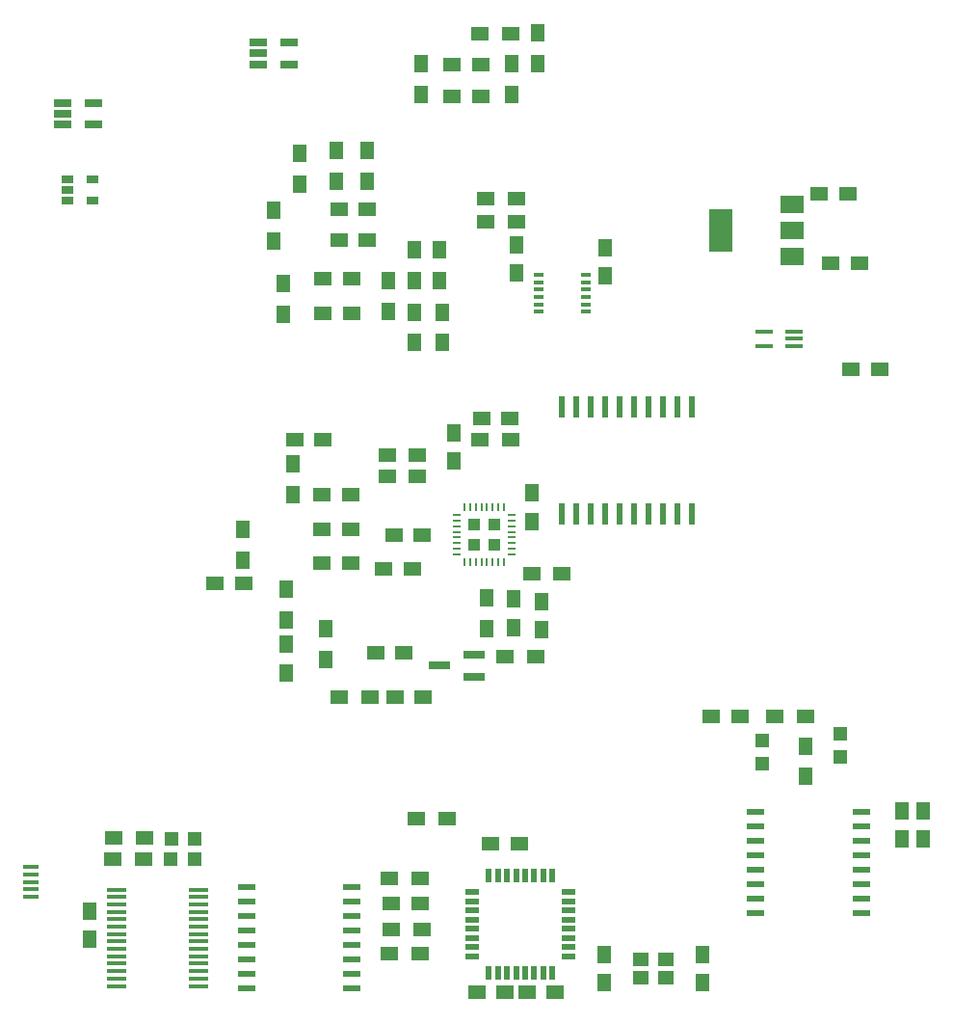
<source format=gtp>
G04 #@! TF.FileFunction,Paste,Top*
%FSLAX46Y46*%
G04 Gerber Fmt 4.6, Leading zero omitted, Abs format (unit mm)*
G04 Created by KiCad (PCBNEW 4.0.4-stable) date 03/01/17 18:05:15*
%MOMM*%
%LPD*%
G01*
G04 APERTURE LIST*
%ADD10C,0.150000*%
%ADD11R,1.250000X1.500000*%
%ADD12R,1.500000X1.250000*%
%ADD13R,1.198880X1.198880*%
%ADD14R,0.600000X1.200000*%
%ADD15R,1.200000X0.600000*%
%ADD16R,1.500000X1.300000*%
%ADD17R,1.500000X0.600000*%
%ADD18R,1.750000X0.450000*%
%ADD19R,1.350000X0.400000*%
%ADD20R,1.300000X1.500000*%
%ADD21R,1.400000X1.200000*%
%ADD22R,1.060000X0.650000*%
%ADD23R,0.250000X0.700000*%
%ADD24R,0.700000X0.250000*%
%ADD25R,1.035000X1.035000*%
%ADD26R,0.890000X0.420000*%
%ADD27R,0.600000X1.950000*%
%ADD28R,2.000000X3.800000*%
%ADD29R,2.000000X1.500000*%
%ADD30R,1.500000X0.400000*%
%ADD31R,1.900000X0.800000*%
%ADD32R,1.560000X0.650000*%
G04 APERTURE END LIST*
D10*
D11*
X191600000Y-99150000D03*
X191600000Y-101650000D03*
D12*
X187850000Y-93800000D03*
X185350000Y-93800000D03*
D11*
X247600000Y-113750000D03*
X247600000Y-116250000D03*
D12*
X228950000Y-105500000D03*
X231450000Y-105500000D03*
X212750000Y-129700000D03*
X215250000Y-129700000D03*
X212050000Y-116600000D03*
X209550000Y-116600000D03*
X210850000Y-129700000D03*
X208350000Y-129700000D03*
X203350000Y-121900000D03*
X200850000Y-121900000D03*
D11*
X174300000Y-122550000D03*
X174300000Y-125050000D03*
D13*
X181450980Y-118000000D03*
X183549020Y-118000000D03*
X181500000Y-116200000D03*
X183598040Y-116200000D03*
D14*
X209400000Y-127950000D03*
X210200000Y-127950000D03*
X211000000Y-127950000D03*
X211800000Y-127950000D03*
X212600000Y-127950000D03*
X213400000Y-127950000D03*
X214200000Y-127950000D03*
X215000000Y-127950000D03*
D15*
X216450000Y-126500000D03*
X216450000Y-125700000D03*
X216450000Y-124900000D03*
X216450000Y-124100000D03*
X216450000Y-123300000D03*
X216450000Y-122500000D03*
X216450000Y-121700000D03*
X216450000Y-120900000D03*
D14*
X215000000Y-119450000D03*
X214200000Y-119450000D03*
X213400000Y-119450000D03*
X212600000Y-119450000D03*
X211800000Y-119450000D03*
X211000000Y-119450000D03*
X210200000Y-119450000D03*
X209400000Y-119450000D03*
D15*
X207950000Y-120900000D03*
X207950000Y-121700000D03*
X207950000Y-122500000D03*
X207950000Y-123300000D03*
X207950000Y-124100000D03*
X207950000Y-124900000D03*
X207950000Y-125700000D03*
X207950000Y-126500000D03*
D16*
X200650000Y-119700000D03*
X203350000Y-119700000D03*
X179100000Y-118000000D03*
X176400000Y-118000000D03*
X179150000Y-116100000D03*
X176450000Y-116100000D03*
X203550000Y-124200000D03*
X200850000Y-124200000D03*
X200650000Y-126300000D03*
X203350000Y-126300000D03*
D17*
X188100000Y-120410000D03*
X188100000Y-121680000D03*
X188100000Y-122950000D03*
X188100000Y-124220000D03*
X188100000Y-125490000D03*
X188100000Y-126760000D03*
X188100000Y-128030000D03*
X188100000Y-129300000D03*
X197400000Y-129300000D03*
X197400000Y-128030000D03*
X197400000Y-126760000D03*
X197400000Y-125490000D03*
X197400000Y-124220000D03*
X197400000Y-122950000D03*
X197400000Y-121680000D03*
X197400000Y-120410000D03*
D18*
X183900000Y-129125000D03*
X183900000Y-128475000D03*
X183900000Y-127825000D03*
X183900000Y-127175000D03*
X183900000Y-126525000D03*
X183900000Y-125875000D03*
X183900000Y-125225000D03*
X183900000Y-124575000D03*
X183900000Y-123925000D03*
X183900000Y-123275000D03*
X183900000Y-122625000D03*
X183900000Y-121975000D03*
X183900000Y-121325000D03*
X183900000Y-120675000D03*
X176700000Y-120675000D03*
X176700000Y-121325000D03*
X176700000Y-121975000D03*
X176700000Y-122625000D03*
X176700000Y-123275000D03*
X176700000Y-123925000D03*
X176700000Y-124575000D03*
X176700000Y-125225000D03*
X176700000Y-125875000D03*
X176700000Y-126525000D03*
X176700000Y-127175000D03*
X176700000Y-127825000D03*
X176700000Y-128475000D03*
X176700000Y-129125000D03*
D11*
X228200000Y-126350000D03*
X228200000Y-128850000D03*
X219500000Y-126350000D03*
X219500000Y-128850000D03*
D19*
X169125000Y-121300000D03*
X169125000Y-120650000D03*
X169125000Y-120000000D03*
X169125000Y-119350000D03*
X169125000Y-118700000D03*
D13*
X240300000Y-109049020D03*
X240300000Y-106950980D03*
X233400000Y-109649020D03*
X233400000Y-107550980D03*
D16*
X234550000Y-105500000D03*
X237250000Y-105500000D03*
D20*
X237200000Y-110750000D03*
X237200000Y-108050000D03*
D17*
X232850000Y-113855000D03*
X232850000Y-115125000D03*
X232850000Y-116395000D03*
X232850000Y-117665000D03*
X232850000Y-118935000D03*
X232850000Y-120205000D03*
X232850000Y-121475000D03*
X232850000Y-122745000D03*
X242150000Y-122745000D03*
X242150000Y-121475000D03*
X242150000Y-120205000D03*
X242150000Y-118935000D03*
X242150000Y-117665000D03*
X242150000Y-116395000D03*
X242150000Y-115125000D03*
X242150000Y-113855000D03*
D11*
X245700000Y-113750000D03*
X245700000Y-116250000D03*
D21*
X222800000Y-128400000D03*
X225000000Y-128400000D03*
X222800000Y-126800000D03*
X225000000Y-126800000D03*
D12*
X201950000Y-99900000D03*
X199450000Y-99900000D03*
X200150000Y-92500000D03*
X202650000Y-92500000D03*
X211250000Y-79300000D03*
X208750000Y-79300000D03*
D11*
X206300000Y-83050000D03*
X206300000Y-80550000D03*
D12*
X194850000Y-67050000D03*
X197350000Y-67050000D03*
X197350000Y-70050000D03*
X194850000Y-70050000D03*
X206200000Y-48250000D03*
X208700000Y-48250000D03*
X208700000Y-51000000D03*
X206200000Y-51000000D03*
X196250000Y-60900000D03*
X198750000Y-60900000D03*
X198750000Y-63650000D03*
X196250000Y-63650000D03*
X194750000Y-92000000D03*
X197250000Y-92000000D03*
X194750000Y-89000000D03*
X197250000Y-89000000D03*
X194750000Y-86000000D03*
X197250000Y-86000000D03*
X192350000Y-81200000D03*
X194850000Y-81200000D03*
X238450000Y-59600000D03*
X240950000Y-59600000D03*
X239450000Y-65700000D03*
X241950000Y-65700000D03*
D11*
X211600000Y-95150000D03*
X211600000Y-97650000D03*
D12*
X201150000Y-103800000D03*
X203650000Y-103800000D03*
D11*
X214000000Y-97850000D03*
X214000000Y-95350000D03*
D22*
X172400000Y-58300000D03*
X172400000Y-59250000D03*
X172400000Y-60200000D03*
X174600000Y-60200000D03*
X174600000Y-58300000D03*
D16*
X200450000Y-84400000D03*
X203150000Y-84400000D03*
X205750000Y-114400000D03*
X203050000Y-114400000D03*
X200450000Y-82500000D03*
X203150000Y-82500000D03*
D20*
X195100000Y-97750000D03*
X195100000Y-100450000D03*
D16*
X208650000Y-81200000D03*
X211350000Y-81200000D03*
X211850000Y-62000000D03*
X209150000Y-62000000D03*
X209150000Y-60000000D03*
X211850000Y-60000000D03*
D20*
X205100000Y-67150000D03*
X205100000Y-64450000D03*
X202850000Y-64450000D03*
X202850000Y-67150000D03*
X200600000Y-67200000D03*
X200600000Y-69900000D03*
X191350000Y-67450000D03*
X191350000Y-70150000D03*
X202850000Y-72650000D03*
X202850000Y-69950000D03*
X205350000Y-69950000D03*
X205350000Y-72650000D03*
X213700000Y-48100000D03*
X213700000Y-45400000D03*
D16*
X211300000Y-45500000D03*
X208600000Y-45500000D03*
D20*
X211450000Y-48150000D03*
X211450000Y-50850000D03*
X203450000Y-48150000D03*
X203450000Y-50850000D03*
X196000000Y-58500000D03*
X196000000Y-55800000D03*
X198750000Y-55800000D03*
X198750000Y-58500000D03*
X192750000Y-58750000D03*
X192750000Y-56050000D03*
X190500000Y-61050000D03*
X190500000Y-63750000D03*
X191600000Y-94250000D03*
X191600000Y-96950000D03*
X187800000Y-89050000D03*
X187800000Y-91750000D03*
X192200000Y-85950000D03*
X192200000Y-83250000D03*
X209200000Y-95050000D03*
X209200000Y-97750000D03*
D16*
X198950000Y-103800000D03*
X196250000Y-103800000D03*
X213550000Y-100200000D03*
X210850000Y-100200000D03*
D23*
X207250000Y-91900000D03*
X207750000Y-91900000D03*
X208250000Y-91900000D03*
X208750000Y-91900000D03*
X209250000Y-91900000D03*
X209750000Y-91900000D03*
X210250000Y-91900000D03*
X210750000Y-91900000D03*
D24*
X211400000Y-91250000D03*
X211400000Y-90750000D03*
X211400000Y-90250000D03*
X211400000Y-89750000D03*
X211400000Y-89250000D03*
X211400000Y-88750000D03*
X211400000Y-88250000D03*
X211400000Y-87750000D03*
D23*
X210750000Y-87100000D03*
X210250000Y-87100000D03*
X209750000Y-87100000D03*
X209250000Y-87100000D03*
X208750000Y-87100000D03*
X208250000Y-87100000D03*
X207750000Y-87100000D03*
X207250000Y-87100000D03*
D24*
X206600000Y-87750000D03*
X206600000Y-88250000D03*
X206600000Y-88750000D03*
X206600000Y-89250000D03*
X206600000Y-89750000D03*
X206600000Y-90250000D03*
X206600000Y-90750000D03*
X206600000Y-91250000D03*
D25*
X209862500Y-88637500D03*
X208137500Y-88637500D03*
X209862500Y-90362500D03*
X208137500Y-90362500D03*
D26*
X213745000Y-66675000D03*
X213745000Y-67325000D03*
X213745000Y-67975000D03*
X213745000Y-68625000D03*
X213745000Y-69275000D03*
X213745000Y-69925000D03*
X217955000Y-69925000D03*
X217955000Y-69275000D03*
X217955000Y-68625000D03*
X217955000Y-67975000D03*
X217955000Y-67325000D03*
X217955000Y-66675000D03*
D27*
X227215000Y-78300000D03*
X225945000Y-78300000D03*
X224675000Y-78300000D03*
X223405000Y-78300000D03*
X222135000Y-78300000D03*
X220865000Y-78300000D03*
X219595000Y-78300000D03*
X218325000Y-78300000D03*
X217055000Y-78300000D03*
X215785000Y-78300000D03*
X215785000Y-87700000D03*
X217055000Y-87700000D03*
X218325000Y-87700000D03*
X219595000Y-87700000D03*
X220865000Y-87700000D03*
X222135000Y-87700000D03*
X223405000Y-87700000D03*
X224675000Y-87700000D03*
X225945000Y-87700000D03*
X227215000Y-87700000D03*
D28*
X229750000Y-62800000D03*
D29*
X236050000Y-62800000D03*
X236050000Y-60500000D03*
X236050000Y-65100000D03*
D30*
X236230000Y-72950000D03*
X236230000Y-72300000D03*
X236230000Y-71650000D03*
X233570000Y-71650000D03*
X233570000Y-72950000D03*
D31*
X208100000Y-101950000D03*
X208100000Y-100050000D03*
X205100000Y-101000000D03*
D11*
X211850000Y-66550000D03*
X211850000Y-64050000D03*
X219600000Y-66800000D03*
X219600000Y-64300000D03*
D32*
X189150000Y-46300000D03*
X189150000Y-47250000D03*
X189150000Y-48200000D03*
X191850000Y-48200000D03*
X191850000Y-46300000D03*
X172000000Y-51600000D03*
X172000000Y-52550000D03*
X172000000Y-53500000D03*
X174700000Y-53500000D03*
X174700000Y-51600000D03*
D12*
X201050000Y-89500000D03*
X203550000Y-89500000D03*
D11*
X213200000Y-85850000D03*
X213200000Y-88350000D03*
D12*
X243750000Y-75000000D03*
X241250000Y-75000000D03*
D16*
X215850000Y-92900000D03*
X213150000Y-92900000D03*
M02*

</source>
